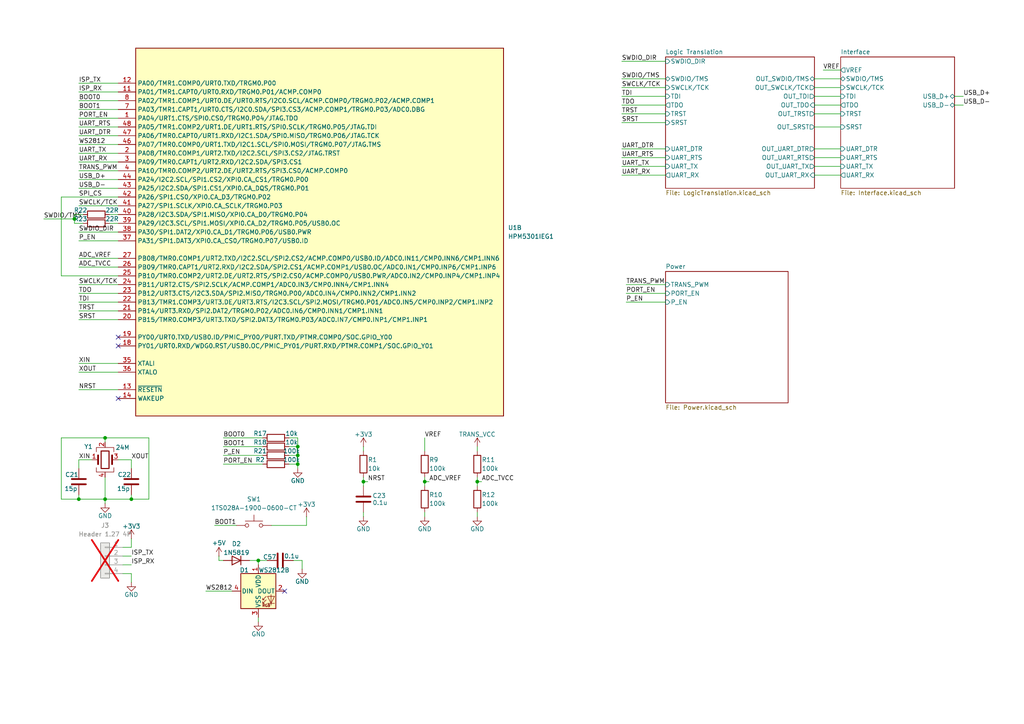
<source format=kicad_sch>
(kicad_sch (version 20241209) (generator "eeschema") (generator_version "9.0")
  (paper "A4")
  (lib_symbols
    (symbol "Connector_Generic:Conn_01x04" (pin_names (offset 1.016) (hide yes))
      (property "Reference" "J" (at 0 5.08 0))
      (property "Value" "Conn_01x04" (at 0 -7.62 0))
      (symbol "Conn_01x04_1_1"
        (rectangle (start -1.27 3.81) (end 1.27 -6.35) (stroke (width 0.254)) (fill (type background)))
        (rectangle (start -1.27 2.667) (end 0 2.413) (stroke (width 0.1524)))
        (rectangle (start -1.27 0.127) (end 0 -0.127) (stroke (width 0.1524)))
        (rectangle (start -1.27 -2.413) (end 0 -2.667) (stroke (width 0.1524)))
        (rectangle (start -1.27 -4.953) (end 0 -5.207) (stroke (width 0.1524)))
        (pin passive line (at -5.08 2.54 0) (length 3.81) (name "Pin_1") (number "1"))
        (pin passive line (at -5.08 0 0) (length 3.81) (name "Pin_2") (number "2"))
        (pin passive line (at -5.08 -2.54 0) (length 3.81) (name "Pin_3") (number "3"))
        (pin passive line (at -5.08 -5.08 0) (length 3.81) (name "Pin_4") (number "4"))
      )
    )
    (symbol "Device:C" (pin_numbers (hide yes)) (pin_names (offset 0.254))
      (property "Reference" "C" (at 0.635 2.54 0))
      (property "Value" "C" (at 0.635 -2.54 0))
      (symbol "C_0_1"
        (polyline (pts (xy -2.032 0.762) (xy 2.032 0.762)) (stroke (width 0.508)))
        (polyline (pts (xy -2.032 -0.762) (xy 2.032 -0.762)) (stroke (width 0.508)))
      )
      (symbol "C_1_1"
        (pin passive line (at 0 3.81 270) (length 2.794) (name "~") (number "1"))
        (pin passive line (at 0 -3.81 90) (length 2.794) (name "~") (number "2"))
      )
    )
    (symbol "Device:Crystal_GND24" (pin_names (offset 1.016) (hide yes))
      (property "Reference" "Y" (at 3.175 5.08 0))
      (property "Value" "Crystal_GND24" (at 3.175 3.175 0))
      (symbol "Crystal_GND24_0_1"
        (polyline (pts (xy -2.54 2.286) (xy -2.54 3.556) (xy 2.54 3.556) (xy 2.54 2.286)))
        (polyline (pts (xy -2.54 0) (xy -2.032 0)))
        (polyline (pts (xy -2.54 -2.286) (xy -2.54 -3.556) (xy 2.54 -3.556) (xy 2.54 -2.286)))
        (polyline (pts (xy -2.032 -1.27) (xy -2.032 1.27)) (stroke (width 0.508)))
        (rectangle (start -1.143 2.54) (end 1.143 -2.54) (stroke (width 0.3048)))
        (polyline (pts (xy 0 3.556) (xy 0 3.81)))
        (polyline (pts (xy 0 -3.81) (xy 0 -3.556)))
        (polyline (pts (xy 2.032 0) (xy 2.54 0)))
        (polyline (pts (xy 2.032 -1.27) (xy 2.032 1.27)) (stroke (width 0.508)))
      )
      (symbol "Crystal_GND24_1_1"
        (pin passive line (at -3.81 0 0) (length 1.27) (name "1") (number "1"))
        (pin passive line (at 0 5.08 270) (length 1.27) (name "2") (number "2"))
        (pin passive line (at 0 -5.08 90) (length 1.27) (name "4") (number "4"))
        (pin passive line (at 3.81 0 180) (length 1.27) (name "3") (number "3"))
      )
    )
    (symbol "Device:D" (pin_numbers (hide yes)) (pin_names (offset 1.016) (hide yes))
      (property "Reference" "D" (at 0 2.54 0))
      (property "Value" "D" (at 0 -2.54 0))
      (symbol "D_0_1"
        (polyline (pts (xy -1.27 1.27) (xy -1.27 -1.27)) (stroke (width 0.254)))
        (polyline (pts (xy 1.27 1.27) (xy 1.27 -1.27) (xy -1.27 0) (xy 1.27 1.27)) (stroke (width 0.254)))
        (polyline (pts (xy 1.27 0) (xy -1.27 0)))
      )
      (symbol "D_1_1"
        (pin passive line (at -3.81 0 0) (length 2.54) (name "K") (number "1"))
        (pin passive line (at 3.81 0 180) (length 2.54) (name "A") (number "2"))
      )
    )
    (symbol "Device:R" (pin_numbers (hide yes)) (pin_names (offset 0))
      (property "Reference" "R" (at 2.032 0 90))
      (property "Value" "R" (at 0 0 90))
      (symbol "R_0_1"
        (rectangle (start -1.016 -2.54) (end 1.016 2.54) (stroke (width 0.254)))
      )
      (symbol "R_1_1"
        (pin passive line (at 0 3.81 270) (length 1.27) (name "~") (number "1"))
        (pin passive line (at 0 -3.81 90) (length 1.27) (name "~") (number "2"))
      )
    )
    (symbol "HPM5300_Library:HPM5301IEG1"
      (property "Reference" "U" (at -39.624 54.356 0))
      (property "Value" "HPM5301IEG1" (at -25.654 54.356 0))
      (symbol "HPM5301IEG1_1_0"
        (pin power_in line (at 22.86 -17.78 180) (length 5.08) (name "VSS") (number "49"))
      )
      (symbol "HPM5301IEG1_1_1"
        (rectangle (start -17.78 22.86) (end 17.78 -22.86) (stroke (width 0.254)) (fill (type background)))
        (rectangle (start -16.51 8.89) (end -8.89 6.35))
        (polyline (pts (xy -8.89 7.62) (xy -3.175 7.62) (xy -3.175 3.81) (xy -3.81 4.445) (xy -3.175 3.81) (xy -2.54 4.445)))
        (rectangle (start -7.62 19.05) (end -2.54 16.51))
        (polyline (pts (xy -7.62 17.78) (xy -11.43 17.78) (xy -11.43 12.7) (xy -7.62 12.7)))
        (polyline (pts (xy -7.62 17.78) (xy -8.255 17.145)))
        (polyline (pts (xy -7.62 17.78) (xy -8.255 18.415)))
        (rectangle (start -7.62 13.97) (end -2.54 11.43))
        (polyline (pts (xy -7.62 12.7) (xy -8.255 12.065)))
        (polyline (pts (xy -7.62 12.7) (xy -8.255 13.335)))
        (rectangle (start -7.62 3.81) (end 0 1.27))
        (polyline (pts (xy -3.175 1.27) (xy -3.175 -2.54) (xy -8.89 -2.54) (xy -8.255 -1.905) (xy -8.89 -2.54) (xy -8.255 -3.175)))
        (polyline (pts (xy -2.54 17.78) (xy 4.445 17.78)))
        (polyline (pts (xy 4.445 17.78) (xy 3.81 18.415)))
        (polyline (pts (xy 4.445 17.78) (xy 3.81 17.145)))
        (polyline (pts (xy 4.445 12.7) (xy -2.54 12.7)))
        (polyline (pts (xy 4.445 12.7) (xy 3.81 12.065)))
        (polyline (pts (xy 4.445 12.7) (xy 3.81 13.335)))
        (text "Internal" (at -12.7 7.62 0) (effects (font (size 1.27 1.27))))
        (text "LDO" (at -5.08 17.78 0) (effects (font (size 1.27 1.27))))
        (text "LDO" (at -5.08 12.7 0) (effects (font (size 1.27 1.27))))
        (text "DCDC" (at -3.81 2.54 0) (effects (font (size 1.27 1.27))))
        (pin power_in line (at -22.86 15.24 0) (length 5.08) (name "VPMC") (number "16"))
        (pin power_in line (at -22.86 -2.54 0) (length 5.08) (name "DCDC_LP") (number "15"))
        (pin power_in line (at -22.86 -12.7 0) (length 5.08) (name "VANA") (number "32"))
        (pin power_in line (at -22.86 -15.24 0) (length 5.08) (name "VREFH") (number "31"))
        (pin power_in line (at -22.86 -17.78 0) (length 5.08) (name "VREFL") (number "30"))
        (pin power_out line (at 22.86 17.78 180) (length 5.08) (name "VDD_PMCCAP") (number "17"))
        (pin power_out line (at 22.86 12.7 180) (length 5.08) (name "VDD_OTPCAP") (number "10"))
        (pin power_in line (at 22.86 7.62 180) (length 5.08) (name "VDD_SOC") (number "5"))
        (pin power_in line (at 22.86 5.08 180) (length 5.08) (name "VDD_SOC") (number "9"))
        (pin power_in line (at 22.86 2.54 180) (length 5.08) (name "VDD_SOC") (number "28"))
        (pin power_in line (at 22.86 0 180) (length 5.08) (name "VDD_SOC") (number "33"))
        (pin power_in line (at 22.86 -2.54 180) (length 5.08) (name "VDD_SOC") (number "45"))
        (pin power_in line (at 22.86 -7.62 180) (length 5.08) (name "VIO_B00") (number "6"))
        (pin power_in line (at 22.86 -10.16 180) (length 5.08) (name "VIO_B00") (number "34"))
        (pin power_in line (at 22.86 -12.7 180) (length 5.08) (name "VIO_B01") (number "29"))
      )
      (symbol "HPM5301IEG1_2_1"
        (rectangle (start -53.34 53.34) (end 53.34 -53.34) (stroke (width 0.254)) (fill (type background)))
        (pin bidirectional line (at -58.42 43.18 0) (length 5.08) (name "PA00/TMR1.COMP0/URT0.TXD/TRGM0.P00") (number "12"))
        (pin bidirectional line (at -58.42 40.64 0) (length 5.08) (name "PA01/TMR1.CAPT0/URT0.RXD/TRGM0.P01/ACMP.COMP0") (number "11"))
        (pin bidirectional line (at -58.42 38.1 0) (length 5.08) (name "PA02/TMR1.COMP1/URT0.DE/URT0.RTS/I2C0.SCL/ACMP.COMP0/TRGM0.P02/ACMP.COMP1") (number "8"))
        (pin bidirectional line (at -58.42 35.56 0) (length 5.08) (name "PA03/TMR1.CAPT1/URT0.CTS/I2C0.SDA/SPI3.CS3/ACMP.COMP1/TRGM0.P03/ADC0.DBG") (number "7"))
        (pin bidirectional line (at -58.42 33.02 0) (length 5.08) (name "PA04/URT1.CTS/SPI0.CS0/TRGM0.P04/JTAG.TDO") (number "1"))
        (pin bidirectional line (at -58.42 30.48 0) (length 5.08) (name "PA05/TMR1.COMP2/URT1.DE/URT1.RTS/SPI0.SCLK/TRGM0.P05/JTAG.TDI") (number "48"))
        (pin bidirectional line (at -58.42 27.94 0) (length 5.08) (name "PA06/TMR0.CAPT0/URT1.RXD/I2C1.SDA/SPI0.MISO/TRGM0.P06/JTAG.TCK") (number "47"))
        (pin bidirectional line (at -58.42 25.4 0) (length 5.08) (name "PA07/TMR0.COMP0/URT1.TXD/I2C1.SCL/SPI0.MOSI/TRGM0.P07/JTAG.TMS") (number "46"))
        (pin bidirectional line (at -58.42 22.86 0) (length 5.08) (name "PA08/TMR0.COMP1/URT2.TXD/I2C2.SCL/SPI3.CS2/JTAG.TRST") (number "2"))
        (pin bidirectional line (at -58.42 20.32 0) (length 5.08) (name "PA09/TMR0.CAPT1/URT2.RXD/I2C2.SDA/SPI3.CS1") (number "3"))
        (pin bidirectional line (at -58.42 17.78 0) (length 5.08) (name "PA10/TMR0.COMP2/URT2.DE/URT2.RTS/SPI3.CS0/ACMP.COMP0") (number "4"))
        (pin bidirectional line (at -58.42 15.24 0) (length 5.08) (name "PA24/I2C2.SCL/SPI1.CS2/XPI0.CA_CS1/TRGM0.P00") (number "44"))
        (pin bidirectional line (at -58.42 12.7 0) (length 5.08) (name "PA25/I2C2.SDA/SPI1.CS1/XPI0.CA_DQS/TRGM0.P01") (number "43"))
        (pin bidirectional line (at -58.42 10.16 0) (length 5.08) (name "PA26/SPI1.CS0/XPI0.CA_D3/TRGM0.P02") (number "42"))
        (pin bidirectional line (at -58.42 7.62 0) (length 5.08) (name "PA27/SPI1.SCLK/XPI0.CA_SCLK/TRGM0.P03") (number "41"))
        (pin bidirectional line (at -58.42 5.08 0) (length 5.08) (name "PA28/I2C3.SDA/SPI1.MISO/XPI0.CA_D0/TRGM0.P04") (number "40"))
        (pin bidirectional line (at -58.42 2.54 0) (length 5.08) (name "PA29/I2C3.SCL/SPI1.MOSI/XPI0.CA_D2/TRGM0.P05/USB0.OC") (number "39"))
        (pin bidirectional line (at -58.42 0 0) (length 5.08) (name "PA30/SPI1.DAT2/XPI0.CA_D1/TRGM0.P06/USB0.PWR") (number "38"))
        (pin bidirectional line (at -58.42 -2.54 0) (length 5.08) (name "PA31/SPI1.DAT3/XPI0.CA_CS0/TRGM0.P07/USB0.ID") (number "37"))
        (pin bidirectional line (at -58.42 -7.62 0) (length 5.08) (name "PB08/TMR0.COMP1/URT2.TXD/I2C2.SCL/SPI2.CS2/ACMP.COMP0/USB0.ID/ADC0.IN11/CMP0.INN6/CMP1.INN6") (number "27"))
        (pin bidirectional line (at -58.42 -10.16 0) (length 5.08) (name "PB09/TMR0.CAPT1/URT2.RXD/I2C2.SDA/SPI2.CS1/ACMP.COMP1/USB0.OC/ADC0.IN1/CMP0.INP6/CMP1.INP6") (number "26"))
        (pin bidirectional line (at -58.42 -12.7 0) (length 5.08) (name "PB10/TMR0.COMP2/URT2.DE/URT2.RTS/SPI2.CS0/ACMP.COMP0/USB0.PWR/ADC0.IN2/CMP0.INP4/CMP1.INP4") (number "25"))
        (pin bidirectional line (at -58.42 -15.24 0) (length 5.08) (name "PB11/URT2.CTS/SPI2.SCLK/ACMP.COMP1/ADC0.IN3/CMP0.INN4/CMP1.INN4") (number "24"))
        (pin bidirectional line (at -58.42 -17.78 0) (length 5.08) (name "PB12/URT3.CTS/I2C3.SDA/SPI2.MISO/TRGM0.P00/ADC0.IN4/CMP0.INN2/CMP1.INN2") (number "23"))
        (pin bidirectional line (at -58.42 -20.32 0) (length 5.08) (name "PB13/TMR1.COMP3/URT3.DE/URT3.RTS/I2C3.SCL/SPI2.MOSI/TRGM0.P01/ADC0.IN5/CMP0.INP2/CMP1.INP2") (number "22"))
        (pin bidirectional line (at -58.42 -22.86 0) (length 5.08) (name "PB14/URT3.RXD/SPI2.DAT2/TRGM0.P02/ADC0.IN6/CMP0.INN1/CMP1.INN1") (number "21"))
        (pin bidirectional line (at -58.42 -25.4 0) (length 5.08) (name "PB15/TMR0.COMP3/URT3.TXD/SPI2.DAT3/TRGM0.P03/ADC0.IN7/CMP0.INP1/CMP1.INP1") (number "20"))
        (pin bidirectional line (at -58.42 -30.48 0) (length 5.08) (name "PY00/URT0.TXD/USB0.ID/PMIC_PY00/PURT.TXD/PTMR.COMP0/SOC.GPIO_Y00") (number "19"))
        (pin bidirectional line (at -58.42 -33.02 0) (length 5.08) (name "PY01/URT0.RXD/WDG0.RST/USB0.OC/PMIC_PY01/PURT.RXD/PTMR.COMP1/SOC.GPIO_Y01") (number "18"))
        (pin input line (at -58.42 -38.1 0) (length 5.08) (name "XTALI") (number "35"))
        (pin output line (at -58.42 -40.64 0) (length 5.08) (name "XTALO") (number "36"))
        (pin input line (at -58.42 -45.72 0) (length 5.08) (name "~{RESETN}") (number "13"))
        (pin input line (at -58.42 -48.26 0) (length 5.08) (name "WAKEUP") (number "14"))
      )
    )
    (symbol "LED:WS2812B" (pin_names (offset 0.254))
      (property "Reference" "D" (at 5.08 5.715 0))
      (property "Value" "WS2812B" (at 1.27 -5.715 0))
      (symbol "WS2812B_0_0"
        (text "RGB" (at 2.286 -4.191 0) (effects (font (size 0.762 0.762))))
      )
      (symbol "WS2812B_0_1"
        (polyline (pts (xy 1.27 -2.54) (xy 1.778 -2.54)))
        (polyline (pts (xy 1.27 -3.556) (xy 1.778 -3.556)))
        (polyline (pts (xy 2.286 -1.524) (xy 1.27 -2.54) (xy 1.27 -2.032)))
        (polyline (pts (xy 2.286 -2.54) (xy 1.27 -3.556) (xy 1.27 -3.048)))
        (polyline (pts (xy 3.683 -1.016) (xy 3.683 -3.556) (xy 3.683 -4.064)))
        (polyline (pts (xy 4.699 -1.524) (xy 2.667 -1.524) (xy 3.683 -3.556) (xy 4.699 -1.524)))
        (polyline (pts (xy 4.699 -3.556) (xy 2.667 -3.556)))
        (rectangle (start 5.08 5.08) (end -5.08 -5.08) (stroke (width 0.254)) (fill (type background)))
      )
      (symbol "WS2812B_1_1"
        (pin input line (at -7.62 0 0) (length 2.54) (name "DIN") (number "4"))
        (pin power_in line (at 0 7.62 270) (length 2.54) (name "VDD") (number "1"))
        (pin power_in line (at 0 -7.62 90) (length 2.54) (name "VSS") (number "3"))
        (pin output line (at 7.62 0 180) (length 2.54) (name "DOUT") (number "2"))
      )
    )
    (symbol "Switch:SW_Push" (pin_numbers (hide yes)) (pin_names (offset 1.016) (hide yes))
      (property "Reference" "SW" (at 1.27 2.54 0))
      (property "Value" "SW_Push" (at 0 -1.524 0))
      (symbol "SW_Push_0_1"
        (circle (center -2.032 0) (radius 0.508))
        (polyline (pts (xy 0 1.27) (xy 0 3.048)))
        (circle (center 2.032 0) (radius 0.508))
        (polyline (pts (xy 2.54 1.27) (xy -2.54 1.27)))
        (pin passive line (at -5.08 0 0) (length 2.54) (name "1") (number "1"))
        (pin passive line (at 5.08 0 180) (length 2.54) (name "2") (number "2"))
      )
    )
    (symbol "power:+3V3" (power) (pin_numbers (hide yes)) (pin_names (offset 0) (hide yes))
      (property "Value" "+3V3" (at 0 3.556 0))
      (symbol "+3V3_0_1"
        (polyline (pts (xy -0.762 1.27) (xy 0 2.54)))
        (polyline (pts (xy 0 2.54) (xy 0.762 1.27)))
        (polyline (pts (xy 0 0) (xy 0 2.54)))
      )
      (symbol "+3V3_1_1"
        (pin power_in line (at 0 0 90) (length 0) (name "~") (number "1"))
      )
    )
    (symbol "power:+5V" (power) (pin_numbers (hide yes)) (pin_names (offset 0) (hide yes))
      (property "Value" "+5V" (at 0 3.556 0))
      (symbol "+5V_0_1"
        (polyline (pts (xy -0.762 1.27) (xy 0 2.54)))
        (polyline (pts (xy 0 2.54) (xy 0.762 1.27)))
        (polyline (pts (xy 0 0) (xy 0 2.54)))
      )
      (symbol "+5V_1_1"
        (pin power_in line (at 0 0 90) (length 0) (name "~") (number "1"))
      )
    )
    (symbol "power:GND" (power) (pin_numbers (hide yes)) (pin_names (offset 0) (hide yes))
      (property "Value" "GND" (at 0 -3.81 0))
      (symbol "GND_0_1"
        (polyline (pts (xy 0 0) (xy 0 -1.27) (xy 1.27 -1.27) (xy 0 -2.54) (xy -1.27 -1.27) (xy 0 -1.27)))
      )
      (symbol "GND_1_1"
        (pin power_in line (at 0 0 270) (length 0) (name "~") (number "1"))
      )
    )
    (symbol "power:VCC" (power) (pin_numbers (hide yes)) (pin_names (offset 0) (hide yes))
      (property "Value" "VCC" (at 0 3.556 0))
      (symbol "VCC_0_1"
        (polyline (pts (xy -0.762 1.27) (xy 0 2.54)))
        (polyline (pts (xy 0 2.54) (xy 0.762 1.27)))
        (polyline (pts (xy 0 0) (xy 0 2.54)))
      )
      (symbol "VCC_1_1"
        (pin power_in line (at 0 0 90) (length 0) (name "~") (number "1"))
      )
    )
  )
  (junction (at 30.48 144.78))
  (junction (at 86.36 129.54))
  (junction (at 30.48 127))
  (junction (at 22.86 144.78))
  (junction (at 105.41 139.7))
  (junction (at 38.1 144.78))
  (junction (at 123.19 139.7))
  (junction (at 86.36 132.08))
  (junction (at 74.93 162.56))
  (junction (at 138.43 139.7))
  (junction (at 86.36 134.62))
  (junction (at 21.59 63.5))
  (no_connect (at 82.55 171.45))
  (no_connect (at 34.29 97.79))
  (no_connect (at 34.29 100.33))
  (no_connect (at 34.29 115.57))
  (wire (pts (xy 236.22 48.26) (xy 243.84 48.26)))
  (wire (pts (xy 236.22 43.18) (xy 243.84 43.18)))
  (wire (pts (xy 22.86 133.35) (xy 26.67 133.35)))
  (wire (pts (xy 138.43 139.7) (xy 139.7 139.7)))
  (wire (pts (xy 276.86 27.94) (xy 279.4 27.94)))
  (wire (pts (xy 17.78 144.78) (xy 22.86 144.78)))
  (wire (pts (xy 86.36 127) (xy 86.36 129.54)))
  (wire (pts (xy 22.86 41.91) (xy 34.29 41.91)))
  (wire (pts (xy 86.36 132.08) (xy 86.36 134.62)))
  (wire (pts (xy 181.61 85.09) (xy 193.04 85.09)))
  (wire (pts (xy 22.86 36.83) (xy 34.29 36.83)))
  (wire (pts (xy 22.86 144.78) (xy 30.48 144.78)))
  (wire (pts (xy 22.86 144.78) (xy 22.86 143.51)))
  (wire (pts (xy 181.61 87.63) (xy 193.04 87.63)))
  (wire (pts (xy 238.76 20.32) (xy 243.84 20.32)))
  (wire (pts (xy 43.18 127) (xy 43.18 144.78)))
  (wire (pts (xy 105.41 138.43) (xy 105.41 139.7)))
  (wire (pts (xy 83.82 129.54) (xy 86.36 129.54)))
  (wire (pts (xy 22.86 67.31) (xy 34.29 67.31)))
  (wire (pts (xy 22.86 105.41) (xy 34.29 105.41)))
  (wire (pts (xy 35.56 163.83) (xy 38.1 163.83)))
  (wire (pts (xy 105.41 139.7) (xy 105.41 140.97)))
  (wire (pts (xy 138.43 148.59) (xy 138.43 149.86)))
  (wire (pts (xy 180.34 27.94) (xy 193.04 27.94)))
  (wire (pts (xy 22.86 31.75) (xy 34.29 31.75)))
  (wire (pts (xy 105.41 139.7) (xy 106.68 139.7)))
  (wire (pts (xy 22.86 90.17) (xy 34.29 90.17)))
  (wire (pts (xy 105.41 148.59) (xy 105.41 149.86)))
  (wire (pts (xy 85.09 162.56) (xy 87.63 162.56)))
  (wire (pts (xy 123.19 127) (xy 123.19 130.81)))
  (wire (pts (xy 180.34 30.48) (xy 193.04 30.48)))
  (wire (pts (xy 22.86 87.63) (xy 34.29 87.63)))
  (wire (pts (xy 22.86 52.07) (xy 34.29 52.07)))
  (wire (pts (xy 105.41 129.54) (xy 105.41 130.81)))
  (wire (pts (xy 236.22 25.4) (xy 243.84 25.4)))
  (wire (pts (xy 64.77 134.62) (xy 76.2 134.62)))
  (wire (pts (xy 62.23 152.4) (xy 68.58 152.4)))
  (wire (pts (xy 180.34 22.86) (xy 193.04 22.86)))
  (wire (pts (xy 22.86 107.95) (xy 34.29 107.95)))
  (wire (pts (xy 30.48 138.43) (xy 30.48 144.78)))
  (wire (pts (xy 180.34 35.56) (xy 193.04 35.56)))
  (wire (pts (xy 22.86 24.13) (xy 34.29 24.13)))
  (wire (pts (xy 30.48 144.78) (xy 38.1 144.78)))
  (wire (pts (xy 123.19 148.59) (xy 123.19 149.86)))
  (wire (pts (xy 86.36 129.54) (xy 86.36 132.08)))
  (wire (pts (xy 22.86 34.29) (xy 34.29 34.29)))
  (wire (pts (xy 38.1 144.78) (xy 38.1 143.51)))
  (wire (pts (xy 181.61 82.55) (xy 193.04 82.55)))
  (wire (pts (xy 31.75 62.23) (xy 34.29 62.23)))
  (wire (pts (xy 38.1 156.21) (xy 38.1 158.75)))
  (wire (pts (xy 35.56 166.37) (xy 38.1 166.37)))
  (wire (pts (xy 236.22 30.48) (xy 243.84 30.48)))
  (wire (pts (xy 63.5 162.56) (xy 64.77 162.56)))
  (wire (pts (xy 22.86 74.93) (xy 34.29 74.93)))
  (wire (pts (xy 22.86 82.55) (xy 34.29 82.55)))
  (wire (pts (xy 123.19 138.43) (xy 123.19 139.7)))
  (wire (pts (xy 86.36 135.89) (xy 86.36 134.62)))
  (wire (pts (xy 83.82 134.62) (xy 86.36 134.62)))
  (wire (pts (xy 138.43 129.54) (xy 138.43 130.81)))
  (wire (pts (xy 30.48 128.27) (xy 30.48 127)))
  (wire (pts (xy 38.1 166.37) (xy 38.1 168.91)))
  (wire (pts (xy 276.86 30.48) (xy 279.4 30.48)))
  (wire (pts (xy 72.39 162.56) (xy 74.93 162.56)))
  (wire (pts (xy 87.63 162.56) (xy 87.63 165.1)))
  (wire (pts (xy 180.34 43.18) (xy 193.04 43.18)))
  (wire (pts (xy 74.93 162.56) (xy 77.47 162.56)))
  (wire (pts (xy 83.82 127) (xy 86.36 127)))
  (wire (pts (xy 180.34 48.26) (xy 193.04 48.26)))
  (wire (pts (xy 123.19 139.7) (xy 123.19 140.97)))
  (wire (pts (xy 35.56 158.75) (xy 38.1 158.75)))
  (wire (pts (xy 64.77 132.08) (xy 76.2 132.08)))
  (wire (pts (xy 59.69 171.45) (xy 67.31 171.45)))
  (wire (pts (xy 236.22 22.86) (xy 243.84 22.86)))
  (wire (pts (xy 22.86 26.67) (xy 34.29 26.67)))
  (wire (pts (xy 88.9 152.4) (xy 78.74 152.4)))
  (wire (pts (xy 12.7 63.5) (xy 21.59 63.5)))
  (wire (pts (xy 138.43 138.43) (xy 138.43 139.7)))
  (wire (pts (xy 34.29 133.35) (xy 38.1 133.35)))
  (wire (pts (xy 180.34 33.02) (xy 193.04 33.02)))
  (wire (pts (xy 22.86 92.71) (xy 34.29 92.71)))
  (wire (pts (xy 236.22 45.72) (xy 243.84 45.72)))
  (wire (pts (xy 74.93 162.56) (xy 74.93 163.83)))
  (wire (pts (xy 22.86 29.21) (xy 34.29 29.21)))
  (wire (pts (xy 22.86 113.03) (xy 34.29 113.03)))
  (wire (pts (xy 17.78 57.15) (xy 34.29 57.15)))
  (wire (pts (xy 22.86 85.09) (xy 34.29 85.09)))
  (wire (pts (xy 236.22 50.8) (xy 243.84 50.8)))
  (wire (pts (xy 22.86 49.53) (xy 34.29 49.53)))
  (wire (pts (xy 24.13 64.77) (xy 21.59 64.77)))
  (wire (pts (xy 22.86 46.99) (xy 34.29 46.99)))
  (wire (pts (xy 138.43 139.7) (xy 138.43 140.97)))
  (wire (pts (xy 64.77 127) (xy 76.2 127)))
  (wire (pts (xy 236.22 36.83) (xy 243.84 36.83)))
  (wire (pts (xy 35.56 161.29) (xy 38.1 161.29)))
  (wire (pts (xy 74.93 179.07) (xy 74.93 180.34)))
  (wire (pts (xy 63.5 161.29) (xy 63.5 162.56)))
  (wire (pts (xy 17.78 80.01) (xy 34.29 80.01)))
  (wire (pts (xy 22.86 77.47) (xy 34.29 77.47)))
  (wire (pts (xy 21.59 63.5) (xy 21.59 62.23)))
  (wire (pts (xy 38.1 133.35) (xy 38.1 135.89)))
  (wire (pts (xy 64.77 129.54) (xy 76.2 129.54)))
  (wire (pts (xy 88.9 149.86) (xy 88.9 152.4)))
  (wire (pts (xy 22.86 54.61) (xy 34.29 54.61)))
  (wire (pts (xy 21.59 62.23) (xy 24.13 62.23)))
  (wire (pts (xy 30.48 144.78) (xy 30.48 146.05)))
  (wire (pts (xy 22.86 133.35) (xy 22.86 135.89)))
  (wire (pts (xy 17.78 57.15) (xy 17.78 80.01)))
  (wire (pts (xy 31.75 64.77) (xy 34.29 64.77)))
  (wire (pts (xy 22.86 69.85) (xy 34.29 69.85)))
  (wire (pts (xy 180.34 17.78) (xy 193.04 17.78)))
  (wire (pts (xy 43.18 144.78) (xy 38.1 144.78)))
  (wire (pts (xy 180.34 45.72) (xy 193.04 45.72)))
  (wire (pts (xy 236.22 33.02) (xy 243.84 33.02)))
  (wire (pts (xy 83.82 132.08) (xy 86.36 132.08)))
  (wire (pts (xy 21.59 64.77) (xy 21.59 63.5)))
  (wire (pts (xy 180.34 50.8) (xy 193.04 50.8)))
  (wire (pts (xy 123.19 139.7) (xy 124.46 139.7)))
  (wire (pts (xy 22.86 59.69) (xy 34.29 59.69)))
  (wire (pts (xy 30.48 127) (xy 17.78 127)))
  (wire (pts (xy 22.86 44.45) (xy 34.29 44.45)))
  (wire (pts (xy 236.22 27.94) (xy 243.84 27.94)))
  (wire (pts (xy 30.48 127) (xy 43.18 127)))
  (wire (pts (xy 180.34 25.4) (xy 193.04 25.4)))
  (wire (pts (xy 22.86 39.37) (xy 34.29 39.37)))
  (wire (pts (xy 17.78 127) (xy 17.78 144.78)))
  (label "XOUT" (at 38.1 133.35 0))
  (label "P_EN" (at 22.86 69.85 0))
  (label "UART_DTR" (at 180.34 43.18 0))
  (label "SWCLK{slash}TCK" (at 180.34 25.4 0))
  (label "ISP_TX" (at 38.1 161.29 0))
  (label "UART_RTS" (at 180.34 45.72 0))
  (label "SWDIO/TMS" (at 180.34 22.86 0))
  (label "TRANS_PWM" (at 22.86 49.53 0))
  (label "P_EN" (at 64.77 132.08 0))
  (label "SWDIO_DIR" (at 22.86 67.31 0))
  (label "UART_TX" (at 22.86 44.45 0))
  (label "XIN" (at 22.86 133.35 0))
  (label "ISP_RX" (at 38.1 163.83 0))
  (label "UART_RX" (at 22.86 46.99 0))
  (label "UART_TX" (at 180.34 48.26 0))
  (label "NRST" (at 22.86 113.03 0))
  (label "USB_D+" (at 22.86 52.07 0))
  (label "XOUT" (at 22.86 107.95 0))
  (label "NRST" (at 106.68 139.7 0))
  (label "SWDIO_DIR" (at 180.34 17.78 0))
  (label "BOOT0" (at 22.86 29.21 0))
  (label "BOOT1" (at 62.23 152.4 0))
  (label "BOOT1" (at 64.77 129.54 0))
  (label "PORT_EN" (at 181.61 85.09 0))
  (label "XIN" (at 22.86 105.41 0))
  (label "TDI" (at 22.86 87.63 0))
  (label "USB_D-" (at 279.4 30.48 0))
  (label "SWCLK{slash}TCK" (at 22.86 82.55 0))
  (label "SRST" (at 180.34 35.56 0))
  (label "BOOT0" (at 64.77 127 0))
  (label "VREF" (at 123.19 127 0))
  (label "ISP_TX" (at 22.86 24.13 0))
  (label "TRST" (at 180.34 33.02 0))
  (label "ADC_VREF" (at 124.46 139.7 0))
  (label "TDO" (at 22.86 85.09 0))
  (label "SWDIO/TMS" (at 12.7 63.5 0))
  (label "SRST" (at 22.86 92.71 0))
  (label "TDO" (at 180.34 30.48 0))
  (label "WS2812" (at 22.86 41.91 0))
  (label "SWCLK{slash}TCK" (at 22.86 59.69 0))
  (label "TDI" (at 180.34 27.94 0))
  (label "USB_D+" (at 279.4 27.94 0))
  (label "ISP_RX" (at 22.86 26.67 0))
  (label "TRST" (at 22.86 90.17 0))
  (label "VREF" (at 238.76 20.32 0))
  (label "TRANS_PWM" (at 181.61 82.55 0))
  (label "UART_DTR" (at 22.86 39.37 0))
  (label "UART_RX" (at 180.34 50.8 0))
  (label "PORT_EN" (at 22.86 34.29 0))
  (label "P_EN" (at 181.61 87.63 0))
  (label "BOOT1" (at 22.86 31.75 0))
  (label "ADC_VREF" (at 22.86 74.93 0))
  (label "UART_RTS" (at 22.86 36.83 0))
  (label "PORT_EN" (at 64.77 134.62 0))
  (label "ADC_TVCC" (at 139.7 139.7 0))
  (label "ADC_TVCC" (at 22.86 77.47 0))
  (label "SPI_CS" (at 22.86 57.15 0))
  (label "WS2812" (at 59.69 171.45 0))
  (label "USB_D-" (at 22.86 54.61 0))
  (symbol (lib_id "power:GND") (at 138.43 149.86 0) (unit 1)
    (property "Reference" "#PWR095" (effects (hide yes)))
    (property "Value" "GND" (at 138.43 153.416 0))
    (property "Description" "Power symbol creates a global label with name \"GND\" , ground" (effects (hide yes)))
  )
  (symbol (lib_id "power:GND") (at 86.36 135.89 0) (unit 1)
    (property "Reference" "#PWR0107" (effects (hide yes)))
    (property "Value" "GND" (at 86.36 139.446 0))
    (property "Description" "Power symbol creates a global label with name \"GND\" , ground" (effects (hide yes)))
  )
  (symbol (lib_id "power:GND") (at 30.48 146.05 0) (unit 1)
    (property "Reference" "#PWR011" (effects (hide yes)))
    (property "Value" "GND" (at 30.48 149.606 0))
    (property "Description" "Power symbol creates a global label with name \"GND\" , ground" (effects (hide yes)))
  )
  (symbol (lib_id "LED:WS2812B") (at 74.93 171.45 0) (unit 1)
    (property "Reference" "D1" (at 70.866 165.354 0))
    (property "Value" "WS2812B" (at 79.502 165.354 0))
    (property "Footprint" "MyLED:LED_WS2812_0807" (effects (hide yes)))
    (property "Datasheet" "https://cdn-shop.adafruit.com/datasheets/WS2812B.pdf" (effects (hide yes)))
    (property "Description" "RGB LED with integrated controller" (effects (hide yes)))
  )
  (symbol (lib_id "power:GND") (at 123.19 149.86 0) (unit 1)
    (property "Reference" "#PWR093" (effects (hide yes)))
    (property "Value" "GND" (at 123.19 153.416 0))
    (property "Description" "Power symbol creates a global label with name \"GND\" , ground" (effects (hide yes)))
  )
  (symbol (lib_id "Device:C") (at 22.86 139.7 0) (unit 1)
    (property "Reference" "C21" (at 20.828 137.668 0))
    (property "Value" "15p" (at 20.574 141.732 0))
    (property "Footprint" "Capacitor_SMD:C_0402_1005Metric" (effects (hide yes)))
    (property "Description" "Unpolarized capacitor" (effects (hide yes)))
  )
  (symbol (lib_id "power:+3V3") (at 38.1 156.21 0) (unit 1)
    (property "Reference" "#PWR0135" (effects (hide yes)))
    (property "Value" "+3V3" (at 38.1 152.654 0))
    (property "Description" "Power symbol creates a global label with name \"+3V3\"" (effects (hide yes)))
  )
  (symbol (lib_id "Device:R") (at 123.19 134.62 0) (unit 1)
    (property "Reference" "R9" (at 124.46 133.35 0) (effects (justify left)))
    (property "Value" "100k" (at 124.46 135.89 0) (effects (justify left)))
    (property "Footprint" "Resistor_SMD:R_0402_1005Metric" (effects (hide yes)))
    (property "Description" "Resistor" (effects (hide yes)))
  )
  (symbol (lib_id "Device:R") (at 27.94 64.77 90) (unit 1)
    (property "Reference" "R23" (at 23.368 63.5 90))
    (property "Value" "22R" (at 32.512 63.5 90))
    (property "Footprint" "Resistor_SMD:R_0402_1005Metric" (effects (hide yes)))
    (property "Description" "Resistor" (effects (hide yes)))
  )
  (symbol (lib_id "Device:R") (at 80.01 129.54 90) (unit 1)
    (property "Reference" "R18" (at 75.438 128.27 90))
    (property "Value" "10k" (at 84.582 128.27 90))
    (property "Footprint" "Resistor_SMD:R_0402_1005Metric" (effects (hide yes)))
    (property "Description" "Resistor" (effects (hide yes)))
  )
  (symbol (lib_id "Device:R") (at 27.94 62.23 90) (unit 1)
    (property "Reference" "R22" (at 23.368 60.96 90))
    (property "Value" "22R" (at 32.512 60.96 90))
    (property "Footprint" "Resistor_SMD:R_0402_1005Metric" (effects (hide yes)))
    (property "Description" "Resistor" (effects (hide yes)))
  )
  (symbol (lib_id "power:GND") (at 74.93 180.34 0) (unit 1)
    (property "Reference" "#PWR0111" (effects (hide yes)))
    (property "Value" "GND" (at 74.93 183.896 0))
    (property "Description" "Power symbol creates a global label with name \"GND\" , ground" (effects (hide yes)))
  )
  (symbol (lib_id "Device:R") (at 80.01 134.62 90) (unit 1)
    (property "Reference" "R2" (at 75.438 133.35 90))
    (property "Value" "100k" (at 84.582 133.35 90))
    (property "Footprint" "Resistor_SMD:R_0402_1005Metric" (effects (hide yes)))
    (property "Description" "Resistor" (effects (hide yes)))
  )
  (symbol (lib_id "Connector_Generic:Conn_01x04") (at 30.48 161.29 0) (mirror y) (unit 1) (in_bom no) (dnp yes)
    (property "Reference" "J3" (at 30.48 152.4 0))
    (property "Value" "Header 1.27 4P" (at 30.48 154.94 0))
    (property "Footprint" "Connector_PinHeader_1.27mm:PinHeader_1x04_P1.27mm_Vertical" (effects (hide yes)))
    (property "Description" "Generic connector, single row, 01x04, script generated (kicad-library-utils/schlib/autogen/connector/)" (effects (hide yes)))
  )
  (symbol (lib_id "Device:C") (at 105.41 144.78 0) (unit 1)
    (property "Reference" "C23" (at 109.982 143.764 0))
    (property "Value" "0.1u" (at 110.236 145.796 0))
    (property "Footprint" "Capacitor_SMD:C_0402_1005Metric" (effects (hide yes)))
    (property "Description" "Unpolarized capacitor" (effects (hide yes)))
  )
  (symbol (lib_id "power:+5V") (at 63.5 161.29 0) (unit 1)
    (property "Reference" "#PWR0109" (effects (hide yes)))
    (property "Value" "+5V" (at 63.5 157.48 0))
    (property "Description" "Power symbol creates a global label with name \"+5V\"" (effects (hide yes)))
  )
  (symbol (lib_id "Device:R") (at 80.01 127 90) (unit 1)
    (property "Reference" "R17" (at 75.438 125.73 90))
    (property "Value" "10k" (at 84.582 125.73 90))
    (property "Footprint" "Resistor_SMD:R_0402_1005Metric" (effects (hide yes)))
    (property "Description" "Resistor" (effects (hide yes)))
  )
  (symbol (lib_id "Device:C") (at 38.1 139.7 0) (unit 1)
    (property "Reference" "C22" (at 36.068 137.668 0))
    (property "Value" "15p" (at 35.814 141.732 0))
    (property "Footprint" "Capacitor_SMD:C_0402_1005Metric" (effects (hide yes)))
    (property "Description" "Unpolarized capacitor" (effects (hide yes)))
  )
  (symbol (lib_id "Device:R") (at 138.43 134.62 0) (unit 1)
    (property "Reference" "R11" (at 139.7 133.35 0) (effects (justify left)))
    (property "Value" "100k" (at 139.7 135.89 0) (effects (justify left)))
    (property "Footprint" "Resistor_SMD:R_0402_1005Metric" (effects (hide yes)))
    (property "Description" "Resistor" (effects (hide yes)))
  )
  (symbol (lib_id "power:+3V3") (at 88.9 149.86 0) (unit 1)
    (property "Reference" "#PWR0108" (effects (hide yes)))
    (property "Value" "+3V3" (at 88.9 146.304 0))
    (property "Description" "Power symbol creates a global label with name \"+3V3\"" (effects (hide yes)))
  )
  (symbol (lib_id "power:GND") (at 105.41 149.86 0) (unit 1)
    (property "Reference" "#PWR017" (effects (hide yes)))
    (property "Value" "GND" (at 105.41 153.416 0))
    (property "Description" "Power symbol creates a global label with name \"GND\" , ground" (effects (hide yes)))
  )
  (symbol (lib_id "Device:R") (at 138.43 144.78 0) (unit 1)
    (property "Reference" "R12" (at 139.7 143.51 0) (effects (justify left)))
    (property "Value" "100k" (at 139.7 146.05 0) (effects (justify left)))
    (property "Footprint" "Resistor_SMD:R_0402_1005Metric" (effects (hide yes)))
    (property "Description" "Resistor" (effects (hide yes)))
  )
  (symbol (lib_id "Device:Crystal_GND24") (at 30.48 133.35 0) (unit 1)
    (property "Reference" "Y1" (at 25.654 129.54 0))
    (property "Value" "24M" (at 35.56 129.794 0))
    (property "Footprint" "Crystal:Crystal_SMD_2016-4Pin_2.0x1.6mm" (effects (hide yes)))
    (property "Description" "Four pin crystal, GND on pins 2 and 4" (effects (hide yes)))
  )
  (symbol (lib_id "power:GND") (at 87.63 165.1 0) (unit 1)
    (property "Reference" "#PWR0110" (effects (hide yes)))
    (property "Value" "GND" (at 87.63 168.656 0))
    (property "Description" "Power symbol creates a global label with name \"GND\" , ground" (effects (hide yes)))
  )
  (symbol (lib_id "Device:C") (at 81.28 162.56 90) (unit 1)
    (property "Reference" "C57" (at 78.232 161.544 90))
    (property "Value" "0.1u" (at 84.582 161.29 90))
    (property "Footprint" "Capacitor_SMD:C_0402_1005Metric" (effects (hide yes)))
    (property "Description" "Unpolarized capacitor" (effects (hide yes)))
  )
  (symbol (lib_id "power:+3V3") (at 105.41 129.54 0) (unit 1)
    (property "Reference" "#PWR016" (effects (hide yes)))
    (property "Value" "+3V3" (at 105.41 125.984 0))
    (property "Description" "Power symbol creates a global label with name \"+3V3\"" (effects (hide yes)))
  )
  (symbol (lib_id "power:GND") (at 38.1 168.91 0) (unit 1)
    (property "Reference" "#PWR0134" (effects (hide yes)))
    (property "Value" "GND" (at 38.1 172.466 0))
    (property "Description" "Power symbol creates a global label with name \"GND\" , ground" (effects (hide yes)))
  )
  (symbol (lib_id "Device:R") (at 80.01 132.08 90) (unit 1)
    (property "Reference" "R21" (at 75.438 130.81 90))
    (property "Value" "100k" (at 84.582 130.81 90))
    (property "Footprint" "Resistor_SMD:R_0402_1005Metric" (effects (hide yes)))
    (property "Description" "Resistor" (effects (hide yes)))
  )
  (symbol (lib_id "HPM5300_Library:HPM5301IEG1") (at 92.71 67.31 0) (unit 2)
    (property "Reference" "U1" (at 147.32 66.0399 0) (effects (justify left)))
    (property "Value" "HPM5301IEG1" (at 147.32 68.5799 0) (effects (justify left)))
    (property "Footprint" "Package_DFN_QFN:QFN-48-1EP_6x6mm_P0.4mm_EP4.2x4.2mm" (effects (hide yes)))
    (property "Datasheet" "http://www.hpmicro.com/down.aspx?DId=b9f427fc-7856-4897-8a2b-247d1845c1b1&LId=091cdc4f-0cbe-4040-87bc-79f1448ed356&SkipL=T" (effects (hide yes)))
    (property "Description" "Hpmicro High Performance Motion Control MCU, QFN48" (effects (hide yes)))
  )
  (symbol (lib_id "Switch:SW_Push") (at 73.66 152.4 0) (unit 1)
    (property "Reference" "SW1" (at 73.66 144.78 0))
    (property "Value" "1TS028A-1900-0600-CT" (at 73.66 147.32 0))
    (property "Footprint" "My Switch:SW-SMD_4P-L2.8-W1.9-P1.20-LS3.0_1TS028A" (effects (hide yes)))
    (property "Description" "Push button switch, generic, two pins" (effects (hide yes)))
  )
  (symbol (lib_id "Device:R") (at 105.41 134.62 0) (unit 1)
    (property "Reference" "R1" (at 106.68 133.35 0) (effects (justify left)))
    (property "Value" "10k" (at 106.68 135.89 0) (effects (justify left)))
    (property "Footprint" "Resistor_SMD:R_0402_1005Metric" (effects (hide yes)))
    (property "Description" "Resistor" (effects (hide yes)))
  )
  (symbol (lib_id "power:VCC") (at 138.43 129.54 0) (unit 1)
    (property "Reference" "#PWR094" (effects (hide yes)))
    (property "Value" "TRANS_VCC" (at 138.43 125.984 0))
    (property "Description" "Power symbol creates a global label with name \"VCC\"" (effects (hide yes)))
  )
  (symbol (lib_id "Device:D") (at 68.58 162.56 180) (unit 1)
    (property "Reference" "D2" (at 68.58 157.734 0))
    (property "Value" "1N5819" (at 68.58 160.274 0))
    (property "Footprint" "Diode_SMD:D_SOD-523" (effects (hide yes)))
    (property "Description" "Diode" (effects (hide yes)))
    (property "Sim.Device" "D" (effects (hide yes)))
    (property "Sim.Pins" "1=K 2=A" (effects (hide yes)))
  )
  (symbol (lib_id "Device:R") (at 123.19 144.78 0) (unit 1)
    (property "Reference" "R10" (at 124.46 143.51 0) (effects (justify left)))
    (property "Value" "100k" (at 124.46 146.05 0) (effects (justify left)))
    (property "Footprint" "Resistor_SMD:R_0402_1005Metric" (effects (hide yes)))
    (property "Description" "Resistor" (effects (hide yes)))
  )
  (sheet (at 243.84 16.51) (size 33.02 38.1) (stroke (width 0.1524))
    (property "Sheetname" "Interface " (at 243.84 15.7984 0) (effects (justify left bottom)))
    (property "Sheetfile" "Interface.kicad_sch" (at 243.84 55.1946 0) (effects (justify left top)))
    (pin "USB_D+" bidirectional (at 276.86 27.94 0))
    (pin "USB_D-" bidirectional (at 276.86 30.48 0))
    (pin "VREF" output (at 243.84 20.32 180))
    (pin "TRST" input (at 243.84 33.02 180))
    (pin "TDI" input (at 243.84 27.94 180))
    (pin "UART_TX" input (at 243.84 48.26 180))
    (pin "UART_RX" output (at 243.84 50.8 180))
    (pin "UART_RTS" input (at 243.84 45.72 180))
    (pin "UART_DTR" input (at 243.84 43.18 180))
    (pin "SWDIO/TMS" bidirectional (at 243.84 22.86 180))
    (pin "SWCLK/TCK" input (at 243.84 25.4 180))
    (pin "TDO" output (at 243.84 30.48 180))
    (pin "SRST" input (at 243.84 36.83 180))
  )
  (sheet (at 193.04 16.51) (size 43.18 38.1) (stroke (width 0.1524))
    (property "Sheetname" "Logic Translation" (at 193.04 15.7984 0) (effects (justify left bottom)))
    (property "Sheetfile" "LogicTranslation.kicad_sch" (at 193.04 55.1946 0) (effects (justify left top)))
    (pin "TRST" input (at 193.04 33.02 180))
    (pin "OUT_TRST" output (at 236.22 33.02 0))
    (pin "OUT_SRST" output (at 236.22 36.83 0))
    (pin "SRST" input (at 193.04 35.56 180))
    (pin "UART_TX" input (at 193.04 48.26 180))
    (pin "OUT_UART_TX" output (at 236.22 48.26 0))
    (pin "UART_RTS" input (at 193.04 45.72 180))
    (pin "OUT_UART_RTS" output (at 236.22 45.72 0))
    (pin "UART_RX" output (at 193.04 50.8 180))
    (pin "UART_DTR" input (at 193.04 43.18 180))
    (pin "OUT_UART_DTR" output (at 236.22 43.18 0))
    (pin "OUT_UART_RX" input (at 236.22 50.8 0))
    (pin "TDO" output (at 193.04 30.48 180))
    (pin "OUT_TDO" input (at 236.22 30.48 0))
    (pin "OUT_SWCLK{slash}TCK" output (at 236.22 25.4 0))
    (pin "SWCLK{slash}TCK" input (at 193.04 25.4 180))
    (pin "TDI" input (at 193.04 27.94 180))
    (pin "OUT_TDI" output (at 236.22 27.94 0))
    (pin "SWDIO_DIR" input (at 193.04 17.78 180))
    (pin "SWDIO{slash}TMS" bidirectional (at 193.04 22.86 180))
    (pin "OUT_SWDIO{slash}TMS" bidirectional (at 236.22 22.86 0))
  )
  (sheet (at 193.04 78.74) (size 35.56 38.1) (stroke (width 0.1524))
    (property "Sheetname" "Power" (at 193.04 78.0284 0) (effects (justify left bottom)))
    (property "Sheetfile" "Power.kicad_sch" (at 193.04 117.4246 0) (effects (justify left top)))
    (pin "TRANS_PWM" input (at 193.04 82.55 180))
    (pin "PORT_EN" input (at 193.04 85.09 180))
    (pin "P_EN" input (at 193.04 87.63 180))
  )
)
</source>
